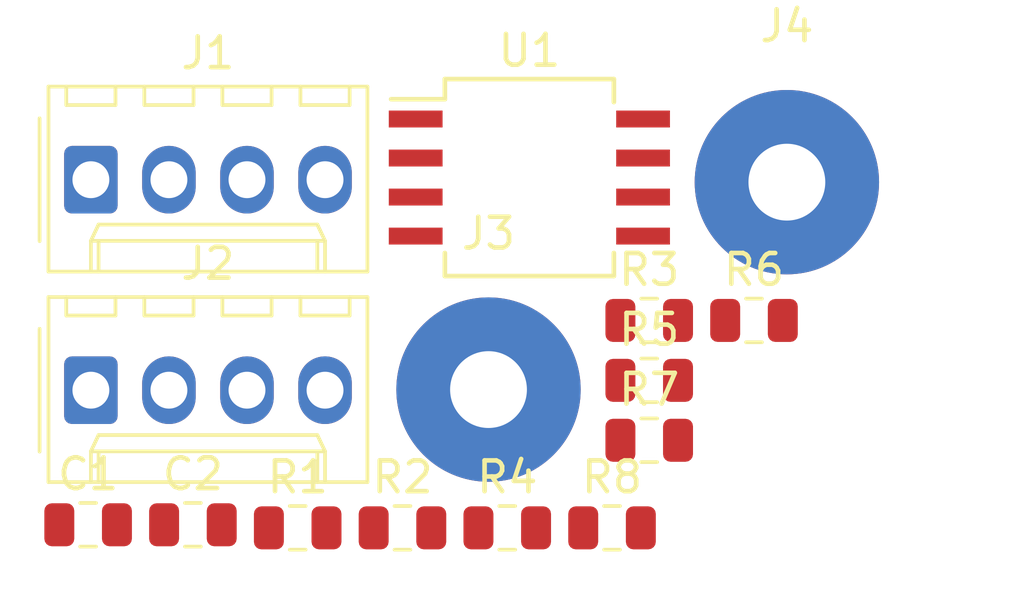
<source format=kicad_pcb>
(kicad_pcb (version 20171130) (host pcbnew 5.0.2+dfsg1-1~bpo9+1)

  (general
    (thickness 1.6)
    (drawings 0)
    (tracks 0)
    (zones 0)
    (modules 15)
    (nets 13)
  )

  (page A4)
  (layers
    (0 F.Cu signal)
    (31 B.Cu signal)
    (32 B.Adhes user)
    (33 F.Adhes user)
    (34 B.Paste user)
    (35 F.Paste user)
    (36 B.SilkS user)
    (37 F.SilkS user)
    (38 B.Mask user)
    (39 F.Mask user)
    (40 Dwgs.User user)
    (41 Cmts.User user)
    (42 Eco1.User user)
    (43 Eco2.User user)
    (44 Edge.Cuts user)
    (45 Margin user)
    (46 B.CrtYd user)
    (47 F.CrtYd user)
    (48 B.Fab user)
    (49 F.Fab user)
  )

  (setup
    (last_trace_width 0.25)
    (trace_clearance 0.2)
    (zone_clearance 0.508)
    (zone_45_only no)
    (trace_min 0.2)
    (segment_width 0.2)
    (edge_width 0.15)
    (via_size 0.8)
    (via_drill 0.4)
    (via_min_size 0.4)
    (via_min_drill 0.3)
    (uvia_size 0.3)
    (uvia_drill 0.1)
    (uvias_allowed no)
    (uvia_min_size 0.2)
    (uvia_min_drill 0.1)
    (pcb_text_width 0.3)
    (pcb_text_size 1.5 1.5)
    (mod_edge_width 0.15)
    (mod_text_size 1 1)
    (mod_text_width 0.15)
    (pad_size 1.524 1.524)
    (pad_drill 0.762)
    (pad_to_mask_clearance 0.051)
    (solder_mask_min_width 0.25)
    (aux_axis_origin 0 0)
    (visible_elements FFFFFF7F)
    (pcbplotparams
      (layerselection 0x010fc_ffffffff)
      (usegerberextensions false)
      (usegerberattributes false)
      (usegerberadvancedattributes false)
      (creategerberjobfile false)
      (excludeedgelayer true)
      (linewidth 0.100000)
      (plotframeref false)
      (viasonmask false)
      (mode 1)
      (useauxorigin false)
      (hpglpennumber 1)
      (hpglpenspeed 20)
      (hpglpendiameter 15.000000)
      (psnegative false)
      (psa4output false)
      (plotreference true)
      (plotvalue true)
      (plotinvisibletext false)
      (padsonsilk false)
      (subtractmaskfromsilk false)
      (outputformat 1)
      (mirror false)
      (drillshape 1)
      (scaleselection 1)
      (outputdirectory ""))
  )

  (net 0 "")
  (net 1 "Net-(C1-Pad1)")
  (net 2 "Net-(C1-Pad2)")
  (net 3 "Net-(J1-Pad3)")
  (net 4 "Net-(J1-Pad4)")
  (net 5 "Net-(J2-Pad4)")
  (net 6 "Net-(J2-Pad3)")
  (net 7 "Net-(J3-Pad1)")
  (net 8 "Net-(J4-Pad1)")
  (net 9 "Net-(R1-Pad1)")
  (net 10 "Net-(R2-Pad1)")
  (net 11 "Net-(R3-Pad1)")
  (net 12 "Net-(R4-Pad1)")

  (net_class Default "Ceci est la Netclass par défaut."
    (clearance 0.2)
    (trace_width 0.25)
    (via_dia 0.8)
    (via_drill 0.4)
    (uvia_dia 0.3)
    (uvia_drill 0.1)
    (add_net "Net-(C1-Pad1)")
    (add_net "Net-(C1-Pad2)")
    (add_net "Net-(J1-Pad3)")
    (add_net "Net-(J1-Pad4)")
    (add_net "Net-(J2-Pad3)")
    (add_net "Net-(J2-Pad4)")
    (add_net "Net-(J3-Pad1)")
    (add_net "Net-(J4-Pad1)")
    (add_net "Net-(R1-Pad1)")
    (add_net "Net-(R2-Pad1)")
    (add_net "Net-(R3-Pad1)")
    (add_net "Net-(R4-Pad1)")
  )

  (module Capacitor_SMD:C_0805_2012Metric (layer F.Cu) (tedit 5B36C52B) (tstamp 5D12742D)
    (at 126.165001 71.825001)
    (descr "Capacitor SMD 0805 (2012 Metric), square (rectangular) end terminal, IPC_7351 nominal, (Body size source: https://docs.google.com/spreadsheets/d/1BsfQQcO9C6DZCsRaXUlFlo91Tg2WpOkGARC1WS5S8t0/edit?usp=sharing), generated with kicad-footprint-generator")
    (tags capacitor)
    (path /5D0195E4)
    (attr smd)
    (fp_text reference C1 (at 0 -1.65) (layer F.SilkS)
      (effects (font (size 1 1) (thickness 0.15)))
    )
    (fp_text value 100n (at 0 1.65) (layer F.Fab)
      (effects (font (size 1 1) (thickness 0.15)))
    )
    (fp_line (start -1 0.6) (end -1 -0.6) (layer F.Fab) (width 0.1))
    (fp_line (start -1 -0.6) (end 1 -0.6) (layer F.Fab) (width 0.1))
    (fp_line (start 1 -0.6) (end 1 0.6) (layer F.Fab) (width 0.1))
    (fp_line (start 1 0.6) (end -1 0.6) (layer F.Fab) (width 0.1))
    (fp_line (start -0.258578 -0.71) (end 0.258578 -0.71) (layer F.SilkS) (width 0.12))
    (fp_line (start -0.258578 0.71) (end 0.258578 0.71) (layer F.SilkS) (width 0.12))
    (fp_line (start -1.68 0.95) (end -1.68 -0.95) (layer F.CrtYd) (width 0.05))
    (fp_line (start -1.68 -0.95) (end 1.68 -0.95) (layer F.CrtYd) (width 0.05))
    (fp_line (start 1.68 -0.95) (end 1.68 0.95) (layer F.CrtYd) (width 0.05))
    (fp_line (start 1.68 0.95) (end -1.68 0.95) (layer F.CrtYd) (width 0.05))
    (fp_text user %R (at 0 0) (layer F.Fab)
      (effects (font (size 0.5 0.5) (thickness 0.08)))
    )
    (pad 1 smd roundrect (at -0.9375 0) (size 0.975 1.4) (layers F.Cu F.Paste F.Mask) (roundrect_rratio 0.25)
      (net 1 "Net-(C1-Pad1)"))
    (pad 2 smd roundrect (at 0.9375 0) (size 0.975 1.4) (layers F.Cu F.Paste F.Mask) (roundrect_rratio 0.25)
      (net 2 "Net-(C1-Pad2)"))
    (model ${KISYS3DMOD}/Capacitor_SMD.3dshapes/C_0805_2012Metric.wrl
      (at (xyz 0 0 0))
      (scale (xyz 1 1 1))
      (rotate (xyz 0 0 0))
    )
  )

  (module Capacitor_SMD:C_0805_2012Metric (layer F.Cu) (tedit 5B36C52B) (tstamp 5D12743E)
    (at 129.575001 71.825001)
    (descr "Capacitor SMD 0805 (2012 Metric), square (rectangular) end terminal, IPC_7351 nominal, (Body size source: https://docs.google.com/spreadsheets/d/1BsfQQcO9C6DZCsRaXUlFlo91Tg2WpOkGARC1WS5S8t0/edit?usp=sharing), generated with kicad-footprint-generator")
    (tags capacitor)
    (path /5D01D043)
    (attr smd)
    (fp_text reference C2 (at 0 -1.65) (layer F.SilkS)
      (effects (font (size 1 1) (thickness 0.15)))
    )
    (fp_text value 1u (at 0 1.65) (layer F.Fab)
      (effects (font (size 1 1) (thickness 0.15)))
    )
    (fp_text user %R (at 0 0) (layer F.Fab)
      (effects (font (size 0.5 0.5) (thickness 0.08)))
    )
    (fp_line (start 1.68 0.95) (end -1.68 0.95) (layer F.CrtYd) (width 0.05))
    (fp_line (start 1.68 -0.95) (end 1.68 0.95) (layer F.CrtYd) (width 0.05))
    (fp_line (start -1.68 -0.95) (end 1.68 -0.95) (layer F.CrtYd) (width 0.05))
    (fp_line (start -1.68 0.95) (end -1.68 -0.95) (layer F.CrtYd) (width 0.05))
    (fp_line (start -0.258578 0.71) (end 0.258578 0.71) (layer F.SilkS) (width 0.12))
    (fp_line (start -0.258578 -0.71) (end 0.258578 -0.71) (layer F.SilkS) (width 0.12))
    (fp_line (start 1 0.6) (end -1 0.6) (layer F.Fab) (width 0.1))
    (fp_line (start 1 -0.6) (end 1 0.6) (layer F.Fab) (width 0.1))
    (fp_line (start -1 -0.6) (end 1 -0.6) (layer F.Fab) (width 0.1))
    (fp_line (start -1 0.6) (end -1 -0.6) (layer F.Fab) (width 0.1))
    (pad 2 smd roundrect (at 0.9375 0) (size 0.975 1.4) (layers F.Cu F.Paste F.Mask) (roundrect_rratio 0.25)
      (net 2 "Net-(C1-Pad2)"))
    (pad 1 smd roundrect (at -0.9375 0) (size 0.975 1.4) (layers F.Cu F.Paste F.Mask) (roundrect_rratio 0.25)
      (net 1 "Net-(C1-Pad1)"))
    (model ${KISYS3DMOD}/Capacitor_SMD.3dshapes/C_0805_2012Metric.wrl
      (at (xyz 0 0 0))
      (scale (xyz 1 1 1))
      (rotate (xyz 0 0 0))
    )
  )

  (module Connector_Molex:Molex_KK-254_AE-6410-04A_1x04_P2.54mm_Vertical (layer F.Cu) (tedit 5B78013E) (tstamp 5D12746A)
    (at 126.255001 60.595001)
    (descr "Molex KK-254 Interconnect System, old/engineering part number: AE-6410-04A example for new part number: 22-27-2041, 4 Pins (http://www.molex.com/pdm_docs/sd/022272021_sd.pdf), generated with kicad-footprint-generator")
    (tags "connector Molex KK-254 side entry")
    (path /5D017049)
    (fp_text reference J1 (at 3.81 -4.12) (layer F.SilkS)
      (effects (font (size 1 1) (thickness 0.15)))
    )
    (fp_text value Conn_01x04_Male (at 3.81 4.08) (layer F.Fab)
      (effects (font (size 1 1) (thickness 0.15)))
    )
    (fp_line (start -1.27 -2.92) (end -1.27 2.88) (layer F.Fab) (width 0.1))
    (fp_line (start -1.27 2.88) (end 8.89 2.88) (layer F.Fab) (width 0.1))
    (fp_line (start 8.89 2.88) (end 8.89 -2.92) (layer F.Fab) (width 0.1))
    (fp_line (start 8.89 -2.92) (end -1.27 -2.92) (layer F.Fab) (width 0.1))
    (fp_line (start -1.38 -3.03) (end -1.38 2.99) (layer F.SilkS) (width 0.12))
    (fp_line (start -1.38 2.99) (end 9 2.99) (layer F.SilkS) (width 0.12))
    (fp_line (start 9 2.99) (end 9 -3.03) (layer F.SilkS) (width 0.12))
    (fp_line (start 9 -3.03) (end -1.38 -3.03) (layer F.SilkS) (width 0.12))
    (fp_line (start -1.67 -2) (end -1.67 2) (layer F.SilkS) (width 0.12))
    (fp_line (start -1.27 -0.5) (end -0.562893 0) (layer F.Fab) (width 0.1))
    (fp_line (start -0.562893 0) (end -1.27 0.5) (layer F.Fab) (width 0.1))
    (fp_line (start 0 2.99) (end 0 1.99) (layer F.SilkS) (width 0.12))
    (fp_line (start 0 1.99) (end 7.62 1.99) (layer F.SilkS) (width 0.12))
    (fp_line (start 7.62 1.99) (end 7.62 2.99) (layer F.SilkS) (width 0.12))
    (fp_line (start 0 1.99) (end 0.25 1.46) (layer F.SilkS) (width 0.12))
    (fp_line (start 0.25 1.46) (end 7.37 1.46) (layer F.SilkS) (width 0.12))
    (fp_line (start 7.37 1.46) (end 7.62 1.99) (layer F.SilkS) (width 0.12))
    (fp_line (start 0.25 2.99) (end 0.25 1.99) (layer F.SilkS) (width 0.12))
    (fp_line (start 7.37 2.99) (end 7.37 1.99) (layer F.SilkS) (width 0.12))
    (fp_line (start -0.8 -3.03) (end -0.8 -2.43) (layer F.SilkS) (width 0.12))
    (fp_line (start -0.8 -2.43) (end 0.8 -2.43) (layer F.SilkS) (width 0.12))
    (fp_line (start 0.8 -2.43) (end 0.8 -3.03) (layer F.SilkS) (width 0.12))
    (fp_line (start 1.74 -3.03) (end 1.74 -2.43) (layer F.SilkS) (width 0.12))
    (fp_line (start 1.74 -2.43) (end 3.34 -2.43) (layer F.SilkS) (width 0.12))
    (fp_line (start 3.34 -2.43) (end 3.34 -3.03) (layer F.SilkS) (width 0.12))
    (fp_line (start 4.28 -3.03) (end 4.28 -2.43) (layer F.SilkS) (width 0.12))
    (fp_line (start 4.28 -2.43) (end 5.88 -2.43) (layer F.SilkS) (width 0.12))
    (fp_line (start 5.88 -2.43) (end 5.88 -3.03) (layer F.SilkS) (width 0.12))
    (fp_line (start 6.82 -3.03) (end 6.82 -2.43) (layer F.SilkS) (width 0.12))
    (fp_line (start 6.82 -2.43) (end 8.42 -2.43) (layer F.SilkS) (width 0.12))
    (fp_line (start 8.42 -2.43) (end 8.42 -3.03) (layer F.SilkS) (width 0.12))
    (fp_line (start -1.77 -3.42) (end -1.77 3.38) (layer F.CrtYd) (width 0.05))
    (fp_line (start -1.77 3.38) (end 9.39 3.38) (layer F.CrtYd) (width 0.05))
    (fp_line (start 9.39 3.38) (end 9.39 -3.42) (layer F.CrtYd) (width 0.05))
    (fp_line (start 9.39 -3.42) (end -1.77 -3.42) (layer F.CrtYd) (width 0.05))
    (fp_text user %R (at 3.81 -2.22) (layer F.Fab)
      (effects (font (size 1 1) (thickness 0.15)))
    )
    (pad 1 thru_hole roundrect (at 0 0) (size 1.74 2.2) (drill 1.2) (layers *.Cu *.Mask) (roundrect_rratio 0.143678)
      (net 2 "Net-(C1-Pad2)"))
    (pad 2 thru_hole oval (at 2.54 0) (size 1.74 2.2) (drill 1.2) (layers *.Cu *.Mask)
      (net 1 "Net-(C1-Pad1)"))
    (pad 3 thru_hole oval (at 5.08 0) (size 1.74 2.2) (drill 1.2) (layers *.Cu *.Mask)
      (net 3 "Net-(J1-Pad3)"))
    (pad 4 thru_hole oval (at 7.62 0) (size 1.74 2.2) (drill 1.2) (layers *.Cu *.Mask)
      (net 4 "Net-(J1-Pad4)"))
    (model ${KISYS3DMOD}/Connector_Molex.3dshapes/Molex_KK-254_AE-6410-04A_1x04_P2.54mm_Vertical.wrl
      (at (xyz 0 0 0))
      (scale (xyz 1 1 1))
      (rotate (xyz 0 0 0))
    )
  )

  (module Connector_Molex:Molex_KK-254_AE-6410-04A_1x04_P2.54mm_Vertical (layer F.Cu) (tedit 5B78013E) (tstamp 5D127496)
    (at 126.255001 67.445001)
    (descr "Molex KK-254 Interconnect System, old/engineering part number: AE-6410-04A example for new part number: 22-27-2041, 4 Pins (http://www.molex.com/pdm_docs/sd/022272021_sd.pdf), generated with kicad-footprint-generator")
    (tags "connector Molex KK-254 side entry")
    (path /5D0170A8)
    (fp_text reference J2 (at 3.81 -4.12) (layer F.SilkS)
      (effects (font (size 1 1) (thickness 0.15)))
    )
    (fp_text value Conn_01x04_Male (at 3.81 4.08) (layer F.Fab)
      (effects (font (size 1 1) (thickness 0.15)))
    )
    (fp_text user %R (at 3.81 -2.22) (layer F.Fab)
      (effects (font (size 1 1) (thickness 0.15)))
    )
    (fp_line (start 9.39 -3.42) (end -1.77 -3.42) (layer F.CrtYd) (width 0.05))
    (fp_line (start 9.39 3.38) (end 9.39 -3.42) (layer F.CrtYd) (width 0.05))
    (fp_line (start -1.77 3.38) (end 9.39 3.38) (layer F.CrtYd) (width 0.05))
    (fp_line (start -1.77 -3.42) (end -1.77 3.38) (layer F.CrtYd) (width 0.05))
    (fp_line (start 8.42 -2.43) (end 8.42 -3.03) (layer F.SilkS) (width 0.12))
    (fp_line (start 6.82 -2.43) (end 8.42 -2.43) (layer F.SilkS) (width 0.12))
    (fp_line (start 6.82 -3.03) (end 6.82 -2.43) (layer F.SilkS) (width 0.12))
    (fp_line (start 5.88 -2.43) (end 5.88 -3.03) (layer F.SilkS) (width 0.12))
    (fp_line (start 4.28 -2.43) (end 5.88 -2.43) (layer F.SilkS) (width 0.12))
    (fp_line (start 4.28 -3.03) (end 4.28 -2.43) (layer F.SilkS) (width 0.12))
    (fp_line (start 3.34 -2.43) (end 3.34 -3.03) (layer F.SilkS) (width 0.12))
    (fp_line (start 1.74 -2.43) (end 3.34 -2.43) (layer F.SilkS) (width 0.12))
    (fp_line (start 1.74 -3.03) (end 1.74 -2.43) (layer F.SilkS) (width 0.12))
    (fp_line (start 0.8 -2.43) (end 0.8 -3.03) (layer F.SilkS) (width 0.12))
    (fp_line (start -0.8 -2.43) (end 0.8 -2.43) (layer F.SilkS) (width 0.12))
    (fp_line (start -0.8 -3.03) (end -0.8 -2.43) (layer F.SilkS) (width 0.12))
    (fp_line (start 7.37 2.99) (end 7.37 1.99) (layer F.SilkS) (width 0.12))
    (fp_line (start 0.25 2.99) (end 0.25 1.99) (layer F.SilkS) (width 0.12))
    (fp_line (start 7.37 1.46) (end 7.62 1.99) (layer F.SilkS) (width 0.12))
    (fp_line (start 0.25 1.46) (end 7.37 1.46) (layer F.SilkS) (width 0.12))
    (fp_line (start 0 1.99) (end 0.25 1.46) (layer F.SilkS) (width 0.12))
    (fp_line (start 7.62 1.99) (end 7.62 2.99) (layer F.SilkS) (width 0.12))
    (fp_line (start 0 1.99) (end 7.62 1.99) (layer F.SilkS) (width 0.12))
    (fp_line (start 0 2.99) (end 0 1.99) (layer F.SilkS) (width 0.12))
    (fp_line (start -0.562893 0) (end -1.27 0.5) (layer F.Fab) (width 0.1))
    (fp_line (start -1.27 -0.5) (end -0.562893 0) (layer F.Fab) (width 0.1))
    (fp_line (start -1.67 -2) (end -1.67 2) (layer F.SilkS) (width 0.12))
    (fp_line (start 9 -3.03) (end -1.38 -3.03) (layer F.SilkS) (width 0.12))
    (fp_line (start 9 2.99) (end 9 -3.03) (layer F.SilkS) (width 0.12))
    (fp_line (start -1.38 2.99) (end 9 2.99) (layer F.SilkS) (width 0.12))
    (fp_line (start -1.38 -3.03) (end -1.38 2.99) (layer F.SilkS) (width 0.12))
    (fp_line (start 8.89 -2.92) (end -1.27 -2.92) (layer F.Fab) (width 0.1))
    (fp_line (start 8.89 2.88) (end 8.89 -2.92) (layer F.Fab) (width 0.1))
    (fp_line (start -1.27 2.88) (end 8.89 2.88) (layer F.Fab) (width 0.1))
    (fp_line (start -1.27 -2.92) (end -1.27 2.88) (layer F.Fab) (width 0.1))
    (pad 4 thru_hole oval (at 7.62 0) (size 1.74 2.2) (drill 1.2) (layers *.Cu *.Mask)
      (net 5 "Net-(J2-Pad4)"))
    (pad 3 thru_hole oval (at 5.08 0) (size 1.74 2.2) (drill 1.2) (layers *.Cu *.Mask)
      (net 6 "Net-(J2-Pad3)"))
    (pad 2 thru_hole oval (at 2.54 0) (size 1.74 2.2) (drill 1.2) (layers *.Cu *.Mask)
      (net 1 "Net-(C1-Pad1)"))
    (pad 1 thru_hole roundrect (at 0 0) (size 1.74 2.2) (drill 1.2) (layers *.Cu *.Mask) (roundrect_rratio 0.143678)
      (net 2 "Net-(C1-Pad2)"))
    (model ${KISYS3DMOD}/Connector_Molex.3dshapes/Molex_KK-254_AE-6410-04A_1x04_P2.54mm_Vertical.wrl
      (at (xyz 0 0 0))
      (scale (xyz 1 1 1))
      (rotate (xyz 0 0 0))
    )
  )

  (module Connector_Wire:SolderWirePad_1x01_Drill2.5mm (layer F.Cu) (tedit 5AEE5EC9) (tstamp 5D1274A0)
    (at 139.195001 67.425001)
    (descr "Wire solder connection")
    (tags connector)
    (path /5D01A3CE)
    (attr virtual)
    (fp_text reference J3 (at 0 -5.08) (layer F.SilkS)
      (effects (font (size 1 1) (thickness 0.15)))
    )
    (fp_text value Conn_01x01_Female (at 0 5.08) (layer F.Fab)
      (effects (font (size 1 1) (thickness 0.15)))
    )
    (fp_line (start 3.5 3.5) (end -3.5 3.5) (layer F.CrtYd) (width 0.05))
    (fp_line (start 3.5 3.5) (end 3.5 -3.5) (layer F.CrtYd) (width 0.05))
    (fp_line (start -3.5 -3.5) (end -3.5 3.5) (layer F.CrtYd) (width 0.05))
    (fp_line (start -3.5 -3.5) (end 3.5 -3.5) (layer F.CrtYd) (width 0.05))
    (fp_text user %R (at 0 0) (layer F.Fab)
      (effects (font (size 1 1) (thickness 0.15)))
    )
    (pad 1 thru_hole circle (at 0 0) (size 5.99948 5.99948) (drill 2.49936) (layers *.Cu *.Mask)
      (net 7 "Net-(J3-Pad1)"))
  )

  (module Connector_Wire:SolderWirePad_1x01_Drill2.5mm (layer F.Cu) (tedit 5AEE5EC9) (tstamp 5D1274AA)
    (at 148.905001 60.675001)
    (descr "Wire solder connection")
    (tags connector)
    (path /5D01A31F)
    (attr virtual)
    (fp_text reference J4 (at 0 -5.08) (layer F.SilkS)
      (effects (font (size 1 1) (thickness 0.15)))
    )
    (fp_text value Conn_01x01_Female (at 0 5.08) (layer F.Fab)
      (effects (font (size 1 1) (thickness 0.15)))
    )
    (fp_text user %R (at 0 0) (layer F.Fab)
      (effects (font (size 1 1) (thickness 0.15)))
    )
    (fp_line (start -3.5 -3.5) (end 3.5 -3.5) (layer F.CrtYd) (width 0.05))
    (fp_line (start -3.5 -3.5) (end -3.5 3.5) (layer F.CrtYd) (width 0.05))
    (fp_line (start 3.5 3.5) (end 3.5 -3.5) (layer F.CrtYd) (width 0.05))
    (fp_line (start 3.5 3.5) (end -3.5 3.5) (layer F.CrtYd) (width 0.05))
    (pad 1 thru_hole circle (at 0 0) (size 5.99948 5.99948) (drill 2.49936) (layers *.Cu *.Mask)
      (net 8 "Net-(J4-Pad1)"))
  )

  (module Resistor_SMD:R_0805_2012Metric (layer F.Cu) (tedit 5B36C52B) (tstamp 5D1274BB)
    (at 132.985001 71.925001)
    (descr "Resistor SMD 0805 (2012 Metric), square (rectangular) end terminal, IPC_7351 nominal, (Body size source: https://docs.google.com/spreadsheets/d/1BsfQQcO9C6DZCsRaXUlFlo91Tg2WpOkGARC1WS5S8t0/edit?usp=sharing), generated with kicad-footprint-generator")
    (tags resistor)
    (path /5D017E15)
    (attr smd)
    (fp_text reference R1 (at 0 -1.65) (layer F.SilkS)
      (effects (font (size 1 1) (thickness 0.15)))
    )
    (fp_text value R (at 0 1.65) (layer F.Fab)
      (effects (font (size 1 1) (thickness 0.15)))
    )
    (fp_line (start -1 0.6) (end -1 -0.6) (layer F.Fab) (width 0.1))
    (fp_line (start -1 -0.6) (end 1 -0.6) (layer F.Fab) (width 0.1))
    (fp_line (start 1 -0.6) (end 1 0.6) (layer F.Fab) (width 0.1))
    (fp_line (start 1 0.6) (end -1 0.6) (layer F.Fab) (width 0.1))
    (fp_line (start -0.258578 -0.71) (end 0.258578 -0.71) (layer F.SilkS) (width 0.12))
    (fp_line (start -0.258578 0.71) (end 0.258578 0.71) (layer F.SilkS) (width 0.12))
    (fp_line (start -1.68 0.95) (end -1.68 -0.95) (layer F.CrtYd) (width 0.05))
    (fp_line (start -1.68 -0.95) (end 1.68 -0.95) (layer F.CrtYd) (width 0.05))
    (fp_line (start 1.68 -0.95) (end 1.68 0.95) (layer F.CrtYd) (width 0.05))
    (fp_line (start 1.68 0.95) (end -1.68 0.95) (layer F.CrtYd) (width 0.05))
    (fp_text user %R (at 0 0) (layer F.Fab)
      (effects (font (size 0.5 0.5) (thickness 0.08)))
    )
    (pad 1 smd roundrect (at -0.9375 0) (size 0.975 1.4) (layers F.Cu F.Paste F.Mask) (roundrect_rratio 0.25)
      (net 9 "Net-(R1-Pad1)"))
    (pad 2 smd roundrect (at 0.9375 0) (size 0.975 1.4) (layers F.Cu F.Paste F.Mask) (roundrect_rratio 0.25)
      (net 4 "Net-(J1-Pad4)"))
    (model ${KISYS3DMOD}/Resistor_SMD.3dshapes/R_0805_2012Metric.wrl
      (at (xyz 0 0 0))
      (scale (xyz 1 1 1))
      (rotate (xyz 0 0 0))
    )
  )

  (module Resistor_SMD:R_0805_2012Metric (layer F.Cu) (tedit 5B36C52B) (tstamp 5D1274CC)
    (at 136.395001 71.925001)
    (descr "Resistor SMD 0805 (2012 Metric), square (rectangular) end terminal, IPC_7351 nominal, (Body size source: https://docs.google.com/spreadsheets/d/1BsfQQcO9C6DZCsRaXUlFlo91Tg2WpOkGARC1WS5S8t0/edit?usp=sharing), generated with kicad-footprint-generator")
    (tags resistor)
    (path /5D017E8D)
    (attr smd)
    (fp_text reference R2 (at 0 -1.65) (layer F.SilkS)
      (effects (font (size 1 1) (thickness 0.15)))
    )
    (fp_text value R (at 0 1.65) (layer F.Fab)
      (effects (font (size 1 1) (thickness 0.15)))
    )
    (fp_text user %R (at 0 0) (layer F.Fab)
      (effects (font (size 0.5 0.5) (thickness 0.08)))
    )
    (fp_line (start 1.68 0.95) (end -1.68 0.95) (layer F.CrtYd) (width 0.05))
    (fp_line (start 1.68 -0.95) (end 1.68 0.95) (layer F.CrtYd) (width 0.05))
    (fp_line (start -1.68 -0.95) (end 1.68 -0.95) (layer F.CrtYd) (width 0.05))
    (fp_line (start -1.68 0.95) (end -1.68 -0.95) (layer F.CrtYd) (width 0.05))
    (fp_line (start -0.258578 0.71) (end 0.258578 0.71) (layer F.SilkS) (width 0.12))
    (fp_line (start -0.258578 -0.71) (end 0.258578 -0.71) (layer F.SilkS) (width 0.12))
    (fp_line (start 1 0.6) (end -1 0.6) (layer F.Fab) (width 0.1))
    (fp_line (start 1 -0.6) (end 1 0.6) (layer F.Fab) (width 0.1))
    (fp_line (start -1 -0.6) (end 1 -0.6) (layer F.Fab) (width 0.1))
    (fp_line (start -1 0.6) (end -1 -0.6) (layer F.Fab) (width 0.1))
    (pad 2 smd roundrect (at 0.9375 0) (size 0.975 1.4) (layers F.Cu F.Paste F.Mask) (roundrect_rratio 0.25)
      (net 3 "Net-(J1-Pad3)"))
    (pad 1 smd roundrect (at -0.9375 0) (size 0.975 1.4) (layers F.Cu F.Paste F.Mask) (roundrect_rratio 0.25)
      (net 10 "Net-(R2-Pad1)"))
    (model ${KISYS3DMOD}/Resistor_SMD.3dshapes/R_0805_2012Metric.wrl
      (at (xyz 0 0 0))
      (scale (xyz 1 1 1))
      (rotate (xyz 0 0 0))
    )
  )

  (module Resistor_SMD:R_0805_2012Metric (layer F.Cu) (tedit 5B36C52B) (tstamp 5D1274DD)
    (at 144.425001 65.175001)
    (descr "Resistor SMD 0805 (2012 Metric), square (rectangular) end terminal, IPC_7351 nominal, (Body size source: https://docs.google.com/spreadsheets/d/1BsfQQcO9C6DZCsRaXUlFlo91Tg2WpOkGARC1WS5S8t0/edit?usp=sharing), generated with kicad-footprint-generator")
    (tags resistor)
    (path /5D017EF6)
    (attr smd)
    (fp_text reference R3 (at 0 -1.65) (layer F.SilkS)
      (effects (font (size 1 1) (thickness 0.15)))
    )
    (fp_text value R (at 0 1.65) (layer F.Fab)
      (effects (font (size 1 1) (thickness 0.15)))
    )
    (fp_line (start -1 0.6) (end -1 -0.6) (layer F.Fab) (width 0.1))
    (fp_line (start -1 -0.6) (end 1 -0.6) (layer F.Fab) (width 0.1))
    (fp_line (start 1 -0.6) (end 1 0.6) (layer F.Fab) (width 0.1))
    (fp_line (start 1 0.6) (end -1 0.6) (layer F.Fab) (width 0.1))
    (fp_line (start -0.258578 -0.71) (end 0.258578 -0.71) (layer F.SilkS) (width 0.12))
    (fp_line (start -0.258578 0.71) (end 0.258578 0.71) (layer F.SilkS) (width 0.12))
    (fp_line (start -1.68 0.95) (end -1.68 -0.95) (layer F.CrtYd) (width 0.05))
    (fp_line (start -1.68 -0.95) (end 1.68 -0.95) (layer F.CrtYd) (width 0.05))
    (fp_line (start 1.68 -0.95) (end 1.68 0.95) (layer F.CrtYd) (width 0.05))
    (fp_line (start 1.68 0.95) (end -1.68 0.95) (layer F.CrtYd) (width 0.05))
    (fp_text user %R (at 0 0) (layer F.Fab)
      (effects (font (size 0.5 0.5) (thickness 0.08)))
    )
    (pad 1 smd roundrect (at -0.9375 0) (size 0.975 1.4) (layers F.Cu F.Paste F.Mask) (roundrect_rratio 0.25)
      (net 11 "Net-(R3-Pad1)"))
    (pad 2 smd roundrect (at 0.9375 0) (size 0.975 1.4) (layers F.Cu F.Paste F.Mask) (roundrect_rratio 0.25)
      (net 5 "Net-(J2-Pad4)"))
    (model ${KISYS3DMOD}/Resistor_SMD.3dshapes/R_0805_2012Metric.wrl
      (at (xyz 0 0 0))
      (scale (xyz 1 1 1))
      (rotate (xyz 0 0 0))
    )
  )

  (module Resistor_SMD:R_0805_2012Metric (layer F.Cu) (tedit 5B36C52B) (tstamp 5D1274EE)
    (at 139.805001 71.925001)
    (descr "Resistor SMD 0805 (2012 Metric), square (rectangular) end terminal, IPC_7351 nominal, (Body size source: https://docs.google.com/spreadsheets/d/1BsfQQcO9C6DZCsRaXUlFlo91Tg2WpOkGARC1WS5S8t0/edit?usp=sharing), generated with kicad-footprint-generator")
    (tags resistor)
    (path /5D0183A2)
    (attr smd)
    (fp_text reference R4 (at 0 -1.65) (layer F.SilkS)
      (effects (font (size 1 1) (thickness 0.15)))
    )
    (fp_text value R (at 0 1.65) (layer F.Fab)
      (effects (font (size 1 1) (thickness 0.15)))
    )
    (fp_text user %R (at 0 0) (layer F.Fab)
      (effects (font (size 0.5 0.5) (thickness 0.08)))
    )
    (fp_line (start 1.68 0.95) (end -1.68 0.95) (layer F.CrtYd) (width 0.05))
    (fp_line (start 1.68 -0.95) (end 1.68 0.95) (layer F.CrtYd) (width 0.05))
    (fp_line (start -1.68 -0.95) (end 1.68 -0.95) (layer F.CrtYd) (width 0.05))
    (fp_line (start -1.68 0.95) (end -1.68 -0.95) (layer F.CrtYd) (width 0.05))
    (fp_line (start -0.258578 0.71) (end 0.258578 0.71) (layer F.SilkS) (width 0.12))
    (fp_line (start -0.258578 -0.71) (end 0.258578 -0.71) (layer F.SilkS) (width 0.12))
    (fp_line (start 1 0.6) (end -1 0.6) (layer F.Fab) (width 0.1))
    (fp_line (start 1 -0.6) (end 1 0.6) (layer F.Fab) (width 0.1))
    (fp_line (start -1 -0.6) (end 1 -0.6) (layer F.Fab) (width 0.1))
    (fp_line (start -1 0.6) (end -1 -0.6) (layer F.Fab) (width 0.1))
    (pad 2 smd roundrect (at 0.9375 0) (size 0.975 1.4) (layers F.Cu F.Paste F.Mask) (roundrect_rratio 0.25)
      (net 6 "Net-(J2-Pad3)"))
    (pad 1 smd roundrect (at -0.9375 0) (size 0.975 1.4) (layers F.Cu F.Paste F.Mask) (roundrect_rratio 0.25)
      (net 12 "Net-(R4-Pad1)"))
    (model ${KISYS3DMOD}/Resistor_SMD.3dshapes/R_0805_2012Metric.wrl
      (at (xyz 0 0 0))
      (scale (xyz 1 1 1))
      (rotate (xyz 0 0 0))
    )
  )

  (module Resistor_SMD:R_0805_2012Metric (layer F.Cu) (tedit 5B36C52B) (tstamp 5D1274FF)
    (at 144.425001 67.125001)
    (descr "Resistor SMD 0805 (2012 Metric), square (rectangular) end terminal, IPC_7351 nominal, (Body size source: https://docs.google.com/spreadsheets/d/1BsfQQcO9C6DZCsRaXUlFlo91Tg2WpOkGARC1WS5S8t0/edit?usp=sharing), generated with kicad-footprint-generator")
    (tags resistor)
    (path /5D01A848)
    (attr smd)
    (fp_text reference R5 (at 0 -1.65) (layer F.SilkS)
      (effects (font (size 1 1) (thickness 0.15)))
    )
    (fp_text value 0 (at 0 1.65) (layer F.Fab)
      (effects (font (size 1 1) (thickness 0.15)))
    )
    (fp_line (start -1 0.6) (end -1 -0.6) (layer F.Fab) (width 0.1))
    (fp_line (start -1 -0.6) (end 1 -0.6) (layer F.Fab) (width 0.1))
    (fp_line (start 1 -0.6) (end 1 0.6) (layer F.Fab) (width 0.1))
    (fp_line (start 1 0.6) (end -1 0.6) (layer F.Fab) (width 0.1))
    (fp_line (start -0.258578 -0.71) (end 0.258578 -0.71) (layer F.SilkS) (width 0.12))
    (fp_line (start -0.258578 0.71) (end 0.258578 0.71) (layer F.SilkS) (width 0.12))
    (fp_line (start -1.68 0.95) (end -1.68 -0.95) (layer F.CrtYd) (width 0.05))
    (fp_line (start -1.68 -0.95) (end 1.68 -0.95) (layer F.CrtYd) (width 0.05))
    (fp_line (start 1.68 -0.95) (end 1.68 0.95) (layer F.CrtYd) (width 0.05))
    (fp_line (start 1.68 0.95) (end -1.68 0.95) (layer F.CrtYd) (width 0.05))
    (fp_text user %R (at 0 0) (layer F.Fab)
      (effects (font (size 0.5 0.5) (thickness 0.08)))
    )
    (pad 1 smd roundrect (at -0.9375 0) (size 0.975 1.4) (layers F.Cu F.Paste F.Mask) (roundrect_rratio 0.25)
      (net 1 "Net-(C1-Pad1)"))
    (pad 2 smd roundrect (at 0.9375 0) (size 0.975 1.4) (layers F.Cu F.Paste F.Mask) (roundrect_rratio 0.25)
      (net 9 "Net-(R1-Pad1)"))
    (model ${KISYS3DMOD}/Resistor_SMD.3dshapes/R_0805_2012Metric.wrl
      (at (xyz 0 0 0))
      (scale (xyz 1 1 1))
      (rotate (xyz 0 0 0))
    )
  )

  (module Resistor_SMD:R_0805_2012Metric (layer F.Cu) (tedit 5B36C52B) (tstamp 5D127510)
    (at 147.835001 65.175001)
    (descr "Resistor SMD 0805 (2012 Metric), square (rectangular) end terminal, IPC_7351 nominal, (Body size source: https://docs.google.com/spreadsheets/d/1BsfQQcO9C6DZCsRaXUlFlo91Tg2WpOkGARC1WS5S8t0/edit?usp=sharing), generated with kicad-footprint-generator")
    (tags resistor)
    (path /5D01A983)
    (attr smd)
    (fp_text reference R6 (at 0 -1.65) (layer F.SilkS)
      (effects (font (size 1 1) (thickness 0.15)))
    )
    (fp_text value 0 (at 0 1.65) (layer F.Fab)
      (effects (font (size 1 1) (thickness 0.15)))
    )
    (fp_text user %R (at 0 0) (layer F.Fab)
      (effects (font (size 0.5 0.5) (thickness 0.08)))
    )
    (fp_line (start 1.68 0.95) (end -1.68 0.95) (layer F.CrtYd) (width 0.05))
    (fp_line (start 1.68 -0.95) (end 1.68 0.95) (layer F.CrtYd) (width 0.05))
    (fp_line (start -1.68 -0.95) (end 1.68 -0.95) (layer F.CrtYd) (width 0.05))
    (fp_line (start -1.68 0.95) (end -1.68 -0.95) (layer F.CrtYd) (width 0.05))
    (fp_line (start -0.258578 0.71) (end 0.258578 0.71) (layer F.SilkS) (width 0.12))
    (fp_line (start -0.258578 -0.71) (end 0.258578 -0.71) (layer F.SilkS) (width 0.12))
    (fp_line (start 1 0.6) (end -1 0.6) (layer F.Fab) (width 0.1))
    (fp_line (start 1 -0.6) (end 1 0.6) (layer F.Fab) (width 0.1))
    (fp_line (start -1 -0.6) (end 1 -0.6) (layer F.Fab) (width 0.1))
    (fp_line (start -1 0.6) (end -1 -0.6) (layer F.Fab) (width 0.1))
    (pad 2 smd roundrect (at 0.9375 0) (size 0.975 1.4) (layers F.Cu F.Paste F.Mask) (roundrect_rratio 0.25)
      (net 10 "Net-(R2-Pad1)"))
    (pad 1 smd roundrect (at -0.9375 0) (size 0.975 1.4) (layers F.Cu F.Paste F.Mask) (roundrect_rratio 0.25)
      (net 1 "Net-(C1-Pad1)"))
    (model ${KISYS3DMOD}/Resistor_SMD.3dshapes/R_0805_2012Metric.wrl
      (at (xyz 0 0 0))
      (scale (xyz 1 1 1))
      (rotate (xyz 0 0 0))
    )
  )

  (module Resistor_SMD:R_0805_2012Metric (layer F.Cu) (tedit 5B36C52B) (tstamp 5D127521)
    (at 144.425001 69.075001)
    (descr "Resistor SMD 0805 (2012 Metric), square (rectangular) end terminal, IPC_7351 nominal, (Body size source: https://docs.google.com/spreadsheets/d/1BsfQQcO9C6DZCsRaXUlFlo91Tg2WpOkGARC1WS5S8t0/edit?usp=sharing), generated with kicad-footprint-generator")
    (tags resistor)
    (path /5D01A9C7)
    (attr smd)
    (fp_text reference R7 (at 0 -1.65) (layer F.SilkS)
      (effects (font (size 1 1) (thickness 0.15)))
    )
    (fp_text value 0 (at 0 1.65) (layer F.Fab)
      (effects (font (size 1 1) (thickness 0.15)))
    )
    (fp_line (start -1 0.6) (end -1 -0.6) (layer F.Fab) (width 0.1))
    (fp_line (start -1 -0.6) (end 1 -0.6) (layer F.Fab) (width 0.1))
    (fp_line (start 1 -0.6) (end 1 0.6) (layer F.Fab) (width 0.1))
    (fp_line (start 1 0.6) (end -1 0.6) (layer F.Fab) (width 0.1))
    (fp_line (start -0.258578 -0.71) (end 0.258578 -0.71) (layer F.SilkS) (width 0.12))
    (fp_line (start -0.258578 0.71) (end 0.258578 0.71) (layer F.SilkS) (width 0.12))
    (fp_line (start -1.68 0.95) (end -1.68 -0.95) (layer F.CrtYd) (width 0.05))
    (fp_line (start -1.68 -0.95) (end 1.68 -0.95) (layer F.CrtYd) (width 0.05))
    (fp_line (start 1.68 -0.95) (end 1.68 0.95) (layer F.CrtYd) (width 0.05))
    (fp_line (start 1.68 0.95) (end -1.68 0.95) (layer F.CrtYd) (width 0.05))
    (fp_text user %R (at 0 0) (layer F.Fab)
      (effects (font (size 0.5 0.5) (thickness 0.08)))
    )
    (pad 1 smd roundrect (at -0.9375 0) (size 0.975 1.4) (layers F.Cu F.Paste F.Mask) (roundrect_rratio 0.25)
      (net 1 "Net-(C1-Pad1)"))
    (pad 2 smd roundrect (at 0.9375 0) (size 0.975 1.4) (layers F.Cu F.Paste F.Mask) (roundrect_rratio 0.25)
      (net 11 "Net-(R3-Pad1)"))
    (model ${KISYS3DMOD}/Resistor_SMD.3dshapes/R_0805_2012Metric.wrl
      (at (xyz 0 0 0))
      (scale (xyz 1 1 1))
      (rotate (xyz 0 0 0))
    )
  )

  (module Resistor_SMD:R_0805_2012Metric (layer F.Cu) (tedit 5B36C52B) (tstamp 5D127532)
    (at 143.215001 71.925001)
    (descr "Resistor SMD 0805 (2012 Metric), square (rectangular) end terminal, IPC_7351 nominal, (Body size source: https://docs.google.com/spreadsheets/d/1BsfQQcO9C6DZCsRaXUlFlo91Tg2WpOkGARC1WS5S8t0/edit?usp=sharing), generated with kicad-footprint-generator")
    (tags resistor)
    (path /5D01AA00)
    (attr smd)
    (fp_text reference R8 (at 0 -1.65) (layer F.SilkS)
      (effects (font (size 1 1) (thickness 0.15)))
    )
    (fp_text value 0 (at 0 1.65) (layer F.Fab)
      (effects (font (size 1 1) (thickness 0.15)))
    )
    (fp_text user %R (at 0 0) (layer F.Fab)
      (effects (font (size 0.5 0.5) (thickness 0.08)))
    )
    (fp_line (start 1.68 0.95) (end -1.68 0.95) (layer F.CrtYd) (width 0.05))
    (fp_line (start 1.68 -0.95) (end 1.68 0.95) (layer F.CrtYd) (width 0.05))
    (fp_line (start -1.68 -0.95) (end 1.68 -0.95) (layer F.CrtYd) (width 0.05))
    (fp_line (start -1.68 0.95) (end -1.68 -0.95) (layer F.CrtYd) (width 0.05))
    (fp_line (start -0.258578 0.71) (end 0.258578 0.71) (layer F.SilkS) (width 0.12))
    (fp_line (start -0.258578 -0.71) (end 0.258578 -0.71) (layer F.SilkS) (width 0.12))
    (fp_line (start 1 0.6) (end -1 0.6) (layer F.Fab) (width 0.1))
    (fp_line (start 1 -0.6) (end 1 0.6) (layer F.Fab) (width 0.1))
    (fp_line (start -1 -0.6) (end 1 -0.6) (layer F.Fab) (width 0.1))
    (fp_line (start -1 0.6) (end -1 -0.6) (layer F.Fab) (width 0.1))
    (pad 2 smd roundrect (at 0.9375 0) (size 0.975 1.4) (layers F.Cu F.Paste F.Mask) (roundrect_rratio 0.25)
      (net 12 "Net-(R4-Pad1)"))
    (pad 1 smd roundrect (at -0.9375 0) (size 0.975 1.4) (layers F.Cu F.Paste F.Mask) (roundrect_rratio 0.25)
      (net 1 "Net-(C1-Pad1)"))
    (model ${KISYS3DMOD}/Resistor_SMD.3dshapes/R_0805_2012Metric.wrl
      (at (xyz 0 0 0))
      (scale (xyz 1 1 1))
      (rotate (xyz 0 0 0))
    )
  )

  (module Package_SO:SO-8_5.3x6.2mm_P1.27mm (layer F.Cu) (tedit 5A02F2D3) (tstamp 5D12754F)
    (at 140.525001 60.525001)
    (descr "8-Lead Plastic Small Outline, 5.3x6.2mm Body (http://www.ti.com.cn/cn/lit/ds/symlink/tl7705a.pdf)")
    (tags "SOIC 1.27")
    (path /5D01758A)
    (attr smd)
    (fp_text reference U1 (at 0 -4.13) (layer F.SilkS)
      (effects (font (size 1 1) (thickness 0.15)))
    )
    (fp_text value P82B715 (at 0 4.13) (layer F.Fab)
      (effects (font (size 1 1) (thickness 0.15)))
    )
    (fp_text user %R (at 0 0) (layer F.Fab)
      (effects (font (size 1 1) (thickness 0.15)))
    )
    (fp_line (start -1.65 -3.1) (end 2.65 -3.1) (layer F.Fab) (width 0.15))
    (fp_line (start 2.65 -3.1) (end 2.65 3.1) (layer F.Fab) (width 0.15))
    (fp_line (start 2.65 3.1) (end -2.65 3.1) (layer F.Fab) (width 0.15))
    (fp_line (start -2.65 3.1) (end -2.65 -2.1) (layer F.Fab) (width 0.15))
    (fp_line (start -2.65 -2.1) (end -1.65 -3.1) (layer F.Fab) (width 0.15))
    (fp_line (start -4.83 -3.35) (end -4.83 3.35) (layer F.CrtYd) (width 0.05))
    (fp_line (start 4.83 -3.35) (end 4.83 3.35) (layer F.CrtYd) (width 0.05))
    (fp_line (start -4.83 -3.35) (end 4.83 -3.35) (layer F.CrtYd) (width 0.05))
    (fp_line (start -4.83 3.35) (end 4.83 3.35) (layer F.CrtYd) (width 0.05))
    (fp_line (start -2.75 -3.205) (end -2.75 -2.55) (layer F.SilkS) (width 0.15))
    (fp_line (start 2.75 -3.205) (end 2.75 -2.455) (layer F.SilkS) (width 0.15))
    (fp_line (start 2.75 3.205) (end 2.75 2.455) (layer F.SilkS) (width 0.15))
    (fp_line (start -2.75 3.205) (end -2.75 2.455) (layer F.SilkS) (width 0.15))
    (fp_line (start -2.75 -3.205) (end 2.75 -3.205) (layer F.SilkS) (width 0.15))
    (fp_line (start -2.75 3.205) (end 2.75 3.205) (layer F.SilkS) (width 0.15))
    (fp_line (start -2.75 -2.55) (end -4.5 -2.55) (layer F.SilkS) (width 0.15))
    (pad 1 smd rect (at -3.7 -1.905) (size 1.75 0.55) (layers F.Cu F.Paste F.Mask))
    (pad 2 smd rect (at -3.7 -0.635) (size 1.75 0.55) (layers F.Cu F.Paste F.Mask)
      (net 4 "Net-(J1-Pad4)"))
    (pad 3 smd rect (at -3.7 0.635) (size 1.75 0.55) (layers F.Cu F.Paste F.Mask)
      (net 3 "Net-(J1-Pad3)"))
    (pad 4 smd rect (at -3.7 1.905) (size 1.75 0.55) (layers F.Cu F.Paste F.Mask)
      (net 2 "Net-(C1-Pad2)"))
    (pad 5 smd rect (at 3.7 1.905) (size 1.75 0.55) (layers F.Cu F.Paste F.Mask))
    (pad 6 smd rect (at 3.7 0.635) (size 1.75 0.55) (layers F.Cu F.Paste F.Mask)
      (net 6 "Net-(J2-Pad3)"))
    (pad 7 smd rect (at 3.7 -0.635) (size 1.75 0.55) (layers F.Cu F.Paste F.Mask)
      (net 5 "Net-(J2-Pad4)"))
    (pad 8 smd rect (at 3.7 -1.905) (size 1.75 0.55) (layers F.Cu F.Paste F.Mask)
      (net 1 "Net-(C1-Pad1)"))
    (model ${KISYS3DMOD}/Package_SO.3dshapes/SO-8_5.3x6.2mm_P1.27mm.wrl
      (at (xyz 0 0 0))
      (scale (xyz 1 1 1))
      (rotate (xyz 0 0 0))
    )
  )

)

</source>
